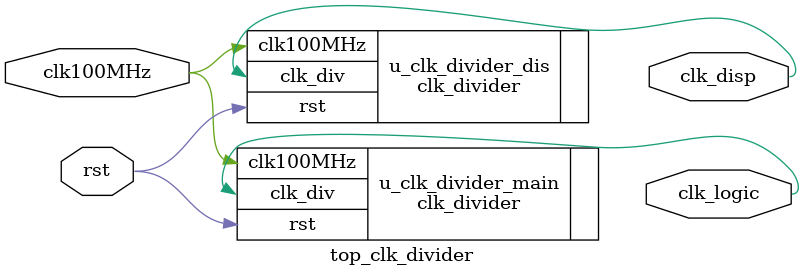
<source format=sv>
`timescale 1ns / 1ps
/******************************************************************************
 * (C) Copyright 2023 AGH UST All Rights Reserved
 *
 * MODULE:    top_clk_divider
 * DEVICE:    xc7a35t_0 (BASYS3)
 * PROJECT:   stopwatch
 *
 * ABSTRACT:  Simple stopwatch with start and stop buttons and LCD display
 *
 * HISTORY:
 * 24 Jan 2024, KF - initial version
 *******************************************************************************/


module top_clk_divider(
    input wire clk100MHz, // Wejcie zegarowe 100 MHz
    input wire rst,       // Asynchroniczne wejcie resetuj¹ce
    output logic clk_logic, // Zegar dla wewnêtrznej logiki stopera
    output logic clk_disp   // Zegar dla wywietlacza
    );
    clk_divider 
    #(
        .TARGET_FREQ(1) // Ustawienie docelowej czêstotliwoci na 100 Hz
    ) u_clk_divider_main (
        .clk100MHz(clk100MHz),
        .rst(rst),
        .clk_div(clk_logic) // Zegar wyjciowy dla logiki stopera
    );
    clk_divider 
    #(
        .TARGET_FREQ(400) // Ustawienie docelowej czêstotliwoci na 60 Hz
    ) u_clk_divider_dis (
        .clk100MHz(clk100MHz),
        .rst(rst),
        .clk_div(clk_disp) // Zegar wyjciowy dla wywietlacza
    );

endmodule

</source>
